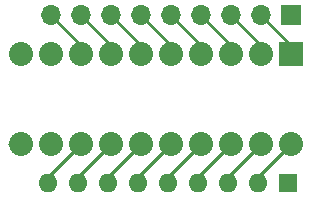
<source format=gbr>
G04 #@! TF.GenerationSoftware,KiCad,Pcbnew,(5.1.0-0)*
G04 #@! TF.CreationDate,2019-09-18T19:57:21-07:00*
G04 #@! TF.ProjectId,LEDRiser8,4c454452-6973-4657-9238-2e6b69636164,rev?*
G04 #@! TF.SameCoordinates,Original*
G04 #@! TF.FileFunction,Copper,L1,Top*
G04 #@! TF.FilePolarity,Positive*
%FSLAX46Y46*%
G04 Gerber Fmt 4.6, Leading zero omitted, Abs format (unit mm)*
G04 Created by KiCad (PCBNEW (5.1.0-0)) date 2019-09-18 19:57:21*
%MOMM*%
%LPD*%
G04 APERTURE LIST*
%ADD10O,1.700000X1.700000*%
%ADD11R,1.700000X1.700000*%
%ADD12O,1.600000X1.600000*%
%ADD13R,1.600000X1.600000*%
%ADD14C,2.032000*%
%ADD15R,2.032000X2.032000*%
%ADD16C,0.250000*%
G04 APERTURE END LIST*
D10*
X103821000Y-68834000D03*
X106361000Y-68834000D03*
X108901000Y-68834000D03*
X111441000Y-68834000D03*
X113981000Y-68834000D03*
X116521000Y-68834000D03*
X119061000Y-68834000D03*
X121601000Y-68834000D03*
D11*
X124141000Y-68834000D03*
D12*
X103632000Y-83058000D03*
X106172000Y-83058000D03*
X108712000Y-83058000D03*
X111252000Y-83058000D03*
X113792000Y-83058000D03*
X116332000Y-83058000D03*
X118872000Y-83058000D03*
X121412000Y-83058000D03*
D13*
X123952000Y-83058000D03*
D14*
X124206000Y-79756000D03*
X121666000Y-79756000D03*
X119126000Y-79756000D03*
X116586000Y-79756000D03*
X103886000Y-72136000D03*
X101346000Y-72136000D03*
X101346000Y-79756000D03*
X103886000Y-79756000D03*
X106426000Y-72136000D03*
X108966000Y-72136000D03*
X111506000Y-72136000D03*
X114046000Y-72136000D03*
X114046000Y-79756000D03*
X111506000Y-79756000D03*
X108966000Y-79756000D03*
X106426000Y-79756000D03*
X116586000Y-72136000D03*
X119126000Y-72136000D03*
X121666000Y-72136000D03*
D15*
X124206000Y-72136000D03*
D16*
X121412000Y-82550000D02*
X121412000Y-83058000D01*
X124206000Y-79756000D02*
X121412000Y-82550000D01*
X118872000Y-82550000D02*
X118872000Y-83058000D01*
X121666000Y-79756000D02*
X118872000Y-82550000D01*
X116332000Y-82550000D02*
X116332000Y-83058000D01*
X119126000Y-79756000D02*
X116332000Y-82550000D01*
X113792000Y-82550000D02*
X113792000Y-83058000D01*
X116586000Y-79756000D02*
X113792000Y-82550000D01*
X103886000Y-71439000D02*
X103886000Y-72136000D01*
X101346000Y-71439000D02*
X101346000Y-72136000D01*
X106426000Y-71439000D02*
X106426000Y-72136000D01*
X103821000Y-68834000D02*
X106426000Y-71439000D01*
X108966000Y-71439000D02*
X108966000Y-72136000D01*
X106361000Y-68834000D02*
X108966000Y-71439000D01*
X111506000Y-71439000D02*
X111506000Y-72136000D01*
X108901000Y-68834000D02*
X111506000Y-71439000D01*
X114046000Y-71439000D02*
X114046000Y-72136000D01*
X111441000Y-68834000D02*
X114046000Y-71439000D01*
X111252000Y-82550000D02*
X111252000Y-83058000D01*
X114046000Y-79756000D02*
X111252000Y-82550000D01*
X108712000Y-82550000D02*
X108712000Y-83058000D01*
X111506000Y-79756000D02*
X108712000Y-82550000D01*
X106172000Y-82550000D02*
X106172000Y-83058000D01*
X108966000Y-79756000D02*
X106172000Y-82550000D01*
X103632000Y-82550000D02*
X103632000Y-83058000D01*
X106426000Y-79756000D02*
X103632000Y-82550000D01*
X116586000Y-71439000D02*
X116586000Y-72136000D01*
X113981000Y-68834000D02*
X116586000Y-71439000D01*
X119126000Y-71439000D02*
X119126000Y-72136000D01*
X116521000Y-68834000D02*
X119126000Y-71439000D01*
X121666000Y-71439000D02*
X121666000Y-72136000D01*
X119061000Y-68834000D02*
X121666000Y-71439000D01*
X124206000Y-71439000D02*
X124206000Y-72136000D01*
X121601000Y-68834000D02*
X124206000Y-71439000D01*
X101346000Y-79756000D02*
X100282682Y-79756000D01*
M02*

</source>
